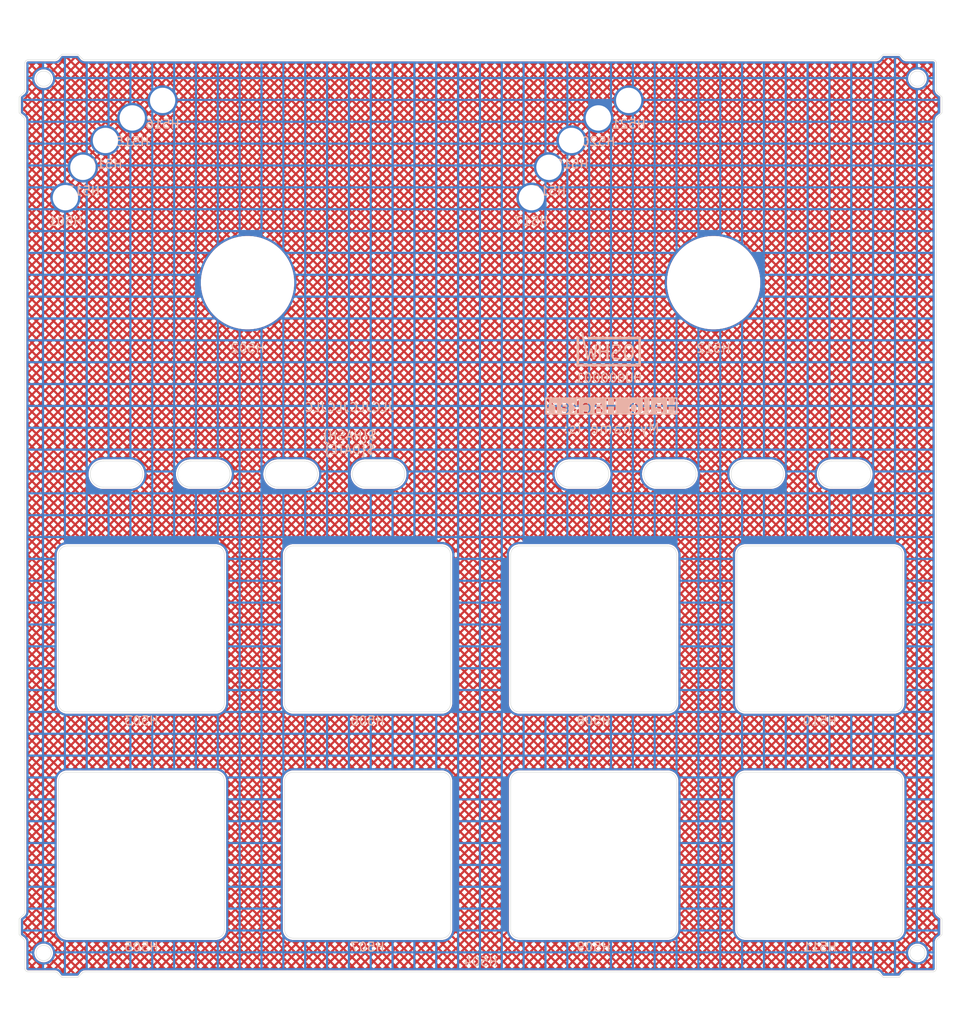
<source format=kicad_pcb>
(kicad_pcb (version 20241229) (generator "pcbnew") (generator_version "9.0")
  (layers (0 "F.Cu" signal) (2 "B.Cu" signal) (13 "F.Paste" user) (15 "B.Paste" user) (5 "F.SilkS" user "F.Silkscreen") (7 "B.SilkS" user "B.Silkscreen") (1 "F.Mask" user) (3 "B.Mask" user) (25 "Edge.Cuts" user))
  (net 0 "")
  (net 1 "GND")
  (footprint "suku_basics:FP_ENDLESS" (layer "F.Cu") (at 126.67 73.33)
    (property "Reference" "H512" (at 0 7.5 0) (layer "B.SilkS") (effects (justify mirror)))
    (property "Value" "Endless")
    (pad "" np_thru_hole circle (at 0 0 90) (size 1.5 1.5) (drill 10.5) (layers "*.Cu" "*.Mask"))
  )
  (footprint "suku_basics:FP_LED_TIGHT" (layer "F.Cu") (at 52.484921 63.60978)
    (property "Reference" "H501" (at 0 2.7 0) (layer "B.SilkS") (effects (justify mirror)))
    (property "Value" "LED")
    (pad "1" thru_hole circle (at 0 0 90) (size 3.1 3.1) (drill 2.9) (layers "*.Cu" "*.Mask") (net 1 "GND"))
  )
  (footprint "suku_basics:FP_LED_TIGHT" (layer "F.Cu") (at 110.406544 57.066544)
    (property "Reference" "H519" (at 0 2.7 0) (layer "B.SilkS") (effects (justify mirror)))
    (property "Value" "LED")
    (pad "1" thru_hole circle (at 0 0 90) (size 3.1 3.1) (drill 2.9) (layers "*.Cu" "*.Mask") (net 1 "GND"))
  )
  (footprint "suku_basics:FP_LED_TIGHT" (layer "F.Cu") (at 57.066544 57.066544)
    (property "Reference" "H514" (at 0 2.7 0) (layer "B.SilkS") (effects (justify mirror)))
    (property "Value" "LED")
    (pad "1" thru_hole circle (at 0 0 90) (size 3.1 3.1) (drill 2.9) (layers "*.Cu" "*.Mask") (net 1 "GND"))
  )
  (footprint "suku_basics:FP_BUTTON" (layer "F.Cu") (at 87.061875 138.814375)
    (property "Reference" "H507" (at 0 10.5 0) (layer "B.SilkS") (effects (justify mirror)))
    (property "Value" "Button")
    (fp_line (start -9.5 8.5) (end -9.5 -8.5) (stroke (width 0.05)) (layer "Edge.Cuts"))
    (fp_line (start -8.5 -9.5) (end 8.5 -9.5) (stroke (width 0.05)) (layer "Edge.Cuts"))
    (fp_line (start 8.5 9.5) (end -8.5 9.5) (stroke (width 0.05)) (layer "Edge.Cuts"))
    (fp_line (start 9.5 -8.5) (end 9.5 8.5) (stroke (width 0.05)) (layer "Edge.Cuts"))
    (fp_arc (start -9.5 -8.5) (mid -9.207096 -9.207082) (end -8.5 -9.5) (stroke (width 0.05)) (layer "Edge.Cuts"))
    (fp_arc (start -8.5 9.5) (mid -9.207114 9.207114) (end -9.5 8.5) (stroke (width 0.05)) (layer "Edge.Cuts"))
    (fp_arc (start 8.5 -9.5) (mid 9.207099 -9.207099) (end 9.5 -8.5) (stroke (width 0.05)) (layer "Edge.Cuts"))
    (fp_arc (start 9.5 8.5) (mid 9.207117 9.207132) (end 8.5 9.5) (stroke (width 0.05)) (layer "Edge.Cuts"))
  )
  (footprint "suku_basics:FP_BUTTON" (layer "F.Cu") (at 112.938125 112.938125)
    (property "Reference" "H508" (at 0 10.5 0) (layer "B.SilkS") (effects (justify mirror)))
    (property "Value" "Button")
    (fp_line (start -9.5 8.5) (end -9.5 -8.5) (stroke (width 0.05)) (layer "Edge.Cuts"))
    (fp_line (start -8.5 -9.5) (end 8.5 -9.5) (stroke (width 0.05)) (layer "Edge.Cuts"))
    (fp_line (start 8.5 9.5) (end -8.5 9.5) (stroke (width 0.05)) (layer "Edge.Cuts"))
    (fp_line (start 9.5 -8.5) (end 9.5 8.5) (stroke (width 0.05)) (layer "Edge.Cuts"))
    (fp_arc (start -9.5 -8.5) (mid -9.207096 -9.207082) (end -8.5 -9.5) (stroke (width 0.05)) (layer "Edge.Cuts"))
    (fp_arc (start -8.5 9.5) (mid -9.207114 9.207114) (end -9.5 8.5) (stroke (width 0.05)) (layer "Edge.Cuts"))
    (fp_arc (start 8.5 -9.5) (mid 9.207099 -9.207099) (end 9.5 -8.5) (stroke (width 0.05)) (layer "Edge.Cuts"))
    (fp_arc (start 9.5 8.5) (mid 9.207117 9.207132) (end 8.5 9.5) (stroke (width 0.05)) (layer "Edge.Cuts"))
  )
  (footprint "suku_basics:FP_BUTTON" (layer "F.Cu") (at 61.185625 138.814375)
    (property "Reference" "H505" (at 0 10.5 0) (layer "B.SilkS") (effects (justify mirror)))
    (property "Value" "Button")
    (fp_line (start -9.5 8.5) (end -9.5 -8.5) (stroke (width 0.05)) (layer "Edge.Cuts"))
    (fp_line (start -8.5 -9.5) (end 8.5 -9.5) (stroke (width 0.05)) (layer "Edge.Cuts"))
    (fp_line (start 8.5 9.5) (end -8.5 9.5) (stroke (width 0.05)) (layer "Edge.Cuts"))
    (fp_line (start 9.5 -8.5) (end 9.5 8.5) (stroke (width 0.05)) (layer "Edge.Cuts"))
    (fp_arc (start -9.5 -8.5) (mid -9.207096 -9.207082) (end -8.5 -9.5) (stroke (width 0.05)) (layer "Edge.Cuts"))
    (fp_arc (start -8.5 9.5) (mid -9.207114 9.207114) (end -9.5 8.5) (stroke (width 0.05)) (layer "Edge.Cuts"))
    (fp_arc (start 8.5 -9.5) (mid 9.207099 -9.207099) (end 9.5 -8.5) (stroke (width 0.05)) (layer "Edge.Cuts"))
    (fp_arc (start 9.5 8.5) (mid 9.207117 9.207132) (end 8.5 9.5) (stroke (width 0.05)) (layer "Edge.Cuts"))
  )
  (footprint "suku_basics:FP_BUTTON" (layer "F.Cu") (at 61.185625 112.938125)
    (property "Reference" "H503" (at 0 10.5 0) (layer "B.SilkS") (effects (justify mirror)))
    (property "Value" "Button")
    (fp_line (start -9.5 8.5) (end -9.5 -8.5) (stroke (width 0.05)) (layer "Edge.Cuts"))
    (fp_line (start -8.5 -9.5) (end 8.5 -9.5) (stroke (width 0.05)) (layer "Edge.Cuts"))
    (fp_line (start 8.5 9.5) (end -8.5 9.5) (stroke (width 0.05)) (layer "Edge.Cuts"))
    (fp_line (start 9.5 -8.5) (end 9.5 8.5) (stroke (width 0.05)) (layer "Edge.Cuts"))
    (fp_arc (start -9.5 -8.5) (mid -9.207096 -9.207082) (end -8.5 -9.5) (stroke (width 0.05)) (layer "Edge.Cuts"))
    (fp_arc (start -8.5 9.5) (mid -9.207114 9.207114) (end -9.5 8.5) (stroke (width 0.05)) (layer "Edge.Cuts"))
    (fp_arc (start 8.5 -9.5) (mid 9.207099 -9.207099) (end 9.5 -8.5) (stroke (width 0.05)) (layer "Edge.Cuts"))
    (fp_arc (start 9.5 8.5) (mid 9.207117 9.207132) (end 8.5 9.5) (stroke (width 0.05)) (layer "Edge.Cuts"))
  )
  (footprint "suku_basics:FP_LED_TIGHT" (layer "F.Cu") (at 116.94978 52.484921)
    (property "Reference" "H521" (at 0 2.7 0) (layer "B.SilkS") (effects (justify mirror)))
    (property "Value" "LED")
    (pad "1" thru_hole circle (at 0 0 90) (size 3.1 3.1) (drill 2.9) (layers "*.Cu" "*.Mask") (net 1 "GND"))
  )
  (footprint "suku_basics:FP_LED_TIGHT" (layer "F.Cu") (at 63.60978 52.484921)
    (property "Reference" "H516" (at 0 2.7 0) (layer "B.SilkS") (effects (justify mirror)))
    (property "Value" "LED")
    (pad "1" thru_hole circle (at 0 0 90) (size 3.1 3.1) (drill 2.9) (layers "*.Cu" "*.Mask") (net 1 "GND"))
  )
  (footprint "suku_basics:FP_BUTTON" (layer "F.Cu") (at 112.938125 138.814375)
    (property "Reference" "H509" (at 0 10.5 0) (layer "B.SilkS") (effects (justify mirror)))
    (property "Value" "Button")
    (fp_line (start -9.5 8.5) (end -9.5 -8.5) (stroke (width 0.05)) (layer "Edge.Cuts"))
    (fp_line (start -8.5 -9.5) (end 8.5 -9.5) (stroke (width 0.05)) (layer "Edge.Cuts"))
    (fp_line (start 8.5 9.5) (end -8.5 9.5) (stroke (width 0.05)) (layer "Edge.Cuts"))
    (fp_line (start 9.5 -8.5) (end 9.5 8.5) (stroke (width 0.05)) (layer "Edge.Cuts"))
    (fp_arc (start -9.5 -8.5) (mid -9.207096 -9.207082) (end -8.5 -9.5) (stroke (width 0.05)) (layer "Edge.Cuts"))
    (fp_arc (start -8.5 9.5) (mid -9.207114 9.207114) (end -9.5 8.5) (stroke (width 0.05)) (layer "Edge.Cuts"))
    (fp_arc (start 8.5 -9.5) (mid 9.207099 -9.207099) (end 9.5 -8.5) (stroke (width 0.05)) (layer "Edge.Cuts"))
    (fp_arc (start 9.5 8.5) (mid 9.207117 9.207132) (end 8.5 9.5) (stroke (width 0.05)) (layer "Edge.Cuts"))
  )
  (footprint "suku_basics:FP_BUTTON" (layer "F.Cu") (at 87.061875 112.938125)
    (property "Reference" "H506" (at 0 10.5 0) (layer "B.SilkS") (effects (justify mirror)))
    (property "Value" "Button")
    (fp_line (start -9.5 8.5) (end -9.5 -8.5) (stroke (width 0.05)) (layer "Edge.Cuts"))
    (fp_line (start -8.5 -9.5) (end 8.5 -9.5) (stroke (width 0.05)) (layer "Edge.Cuts"))
    (fp_line (start 8.5 9.5) (end -8.5 9.5) (stroke (width 0.05)) (layer "Edge.Cuts"))
    (fp_line (start 9.5 -8.5) (end 9.5 8.5) (stroke (width 0.05)) (layer "Edge.Cuts"))
    (fp_arc (start -9.5 -8.5) (mid -9.207096 -9.207082) (end -8.5 -9.5) (stroke (width 0.05)) (layer "Edge.Cuts"))
    (fp_arc (start -8.5 9.5) (mid -9.207114 9.207114) (end -9.5 8.5) (stroke (width 0.05)) (layer "Edge.Cuts"))
    (fp_arc (start 8.5 -9.5) (mid 9.207099 -9.207099) (end 9.5 -8.5) (stroke (width 0.05)) (layer "Edge.Cuts"))
    (fp_arc (start 9.5 8.5) (mid 9.207117 9.207132) (end 8.5 9.5) (stroke (width 0.05)) (layer "Edge.Cuts"))
  )
  (footprint "suku_basics:FP_LED_TIGHT" (layer "F.Cu") (at 107.829503 60.137742)
    (property "Reference" "H518" (at 0 2.7 0) (layer "B.SilkS") (effects (justify mirror)))
    (property "Value" "LED")
    (pad "1" thru_hole circle (at 0 0 90) (size 3.1 3.1) (drill 2.9) (layers "*.Cu" "*.Mask") (net 1 "GND"))
  )
  (footprint "suku_basics:FP_BUTTON" (layer "F.Cu") (at 138.814375 112.938125)
    (property "Reference" "H510" (at 0 10.5 0) (layer "B.SilkS") (effects (justify mirror)))
    (property "Value" "Button")
    (fp_line (start -9.5 8.5) (end -9.5 -8.5) (stroke (width 0.05)) (layer "Edge.Cuts"))
    (fp_line (start -8.5 -9.5) (end 8.5 -9.5) (stroke (width 0.05)) (layer "Edge.Cuts"))
    (fp_line (start 8.5 9.5) (end -8.5 9.5) (stroke (width 0.05)) (layer "Edge.Cuts"))
    (fp_line (start 9.5 -8.5) (end 9.5 8.5) (stroke (width 0.05)) (layer "Edge.Cuts"))
    (fp_arc (start -9.5 -8.5) (mid -9.207096 -9.207082) (end -8.5 -9.5) (stroke (width 0.05)) (layer "Edge.Cuts"))
    (fp_arc (start -8.5 9.5) (mid -9.207114 9.207114) (end -9.5 8.5) (stroke (width 0.05)) (layer "Edge.Cuts"))
    (fp_arc (start 8.5 -9.5) (mid 9.207099 -9.207099) (end 9.5 -8.5) (stroke (width 0.05)) (layer "Edge.Cuts"))
    (fp_arc (start 9.5 8.5) (mid 9.207117 9.207132) (end 8.5 9.5) (stroke (width 0.05)) (layer "Edge.Cuts"))
  )
  (footprint "suku_basics:FP_OUTLINE_2" (layer "F.Cu") (at 100 100)
    (property "Reference" "H504" (at 0 51 0) (layer "B.SilkS") (effects (justify mirror)))
    (property "Value" "Outline")
    (fp_line (start -52.799999 -46.100001) (end -52.799999 -47.899999) (stroke (width 0.05)) (layer "Edge.Cuts"))
    (fp_line (start -52.799999 46.100001) (end -52.799999 47.899999) (stroke (width 0.05)) (layer "Edge.Cuts"))
    (fp_line (start -52.626954 -48.077382) (end -52.265506 -48.421458) (stroke (width 0.05)) (layer "Edge.Cuts"))
    (fp_line (start -52.626954 -45.922618) (end -52.265506 -45.578542) (stroke (width 0.05)) (layer "Edge.Cuts"))
    (fp_line (start -52.626954 45.922618) (end -52.265506 45.578542) (stroke (width 0.05)) (layer "Edge.Cuts"))
    (fp_line (start -52.626954 48.077382) (end -52.265506 48.421458) (stroke (width 0.05)) (layer "Edge.Cuts"))
    (fp_line (start -52.15 -48.75) (end -52.15 -51.8) (stroke (width 0.05)) (layer "Edge.Cuts"))
    (fp_line (start -52.15 45.25) (end -52.15 -45.25) (stroke (width 0.05)) (layer "Edge.Cuts"))
    (fp_line (start -52.15 48.75) (end -52.15 51.8) (stroke (width 0.05)) (layer "Edge.Cuts"))
    (fp_line (start -48.75 -52.15) (end -51.8 -52.15) (stroke (width 0.05)) (layer "Edge.Cuts"))
    (fp_line (start -48.75 52.15) (end -51.8 52.15) (stroke (width 0.05)) (layer "Edge.Cuts"))
    (fp_line (start -48.077382 -52.626954) (end -48.421458 -52.265506) (stroke (width 0.05)) (layer "Edge.Cuts"))
    (fp_line (start -48.077382 52.626954) (end -48.421458 52.265506) (stroke (width 0.05)) (layer "Edge.Cuts"))
    (fp_line (start -46.100001 -52.799999) (end -47.899999 -52.799999) (stroke (width 0.05)) (layer "Edge.Cuts"))
    (fp_line (start -46.100001 52.799999) (end -47.899999 52.799999) (stroke (width 0.05)) (layer "Edge.Cuts"))
    (fp_line (start -45.922618 -52.626954) (end -45.578542 -52.265506) (stroke (width 0.05)) (layer "Edge.Cuts"))
    (fp_line (start -45.922618 52.626954) (end -45.578542 52.265506) (stroke (width 0.05)) (layer "Edge.Cuts"))
    (fp_line (start -45.25 -52.15) (end 45.25 -52.15) (stroke (width 0.05)) (layer "Edge.Cuts"))
    (fp_line (start 45.25 52.15) (end -45.25 52.15) (stroke (width 0.05)) (layer "Edge.Cuts"))
    (fp_line (start 45.922618 -52.626954) (end 45.578542 -52.265506) (stroke (width 0.05)) (layer "Edge.Cuts"))
    (fp_line (start 45.922618 52.626955) (end 45.578542 52.265507) (stroke (width 0.05)) (layer "Edge.Cuts"))
    (fp_line (start 46.100001 -52.799999) (end 47.899999 -52.799999) (stroke (width 0.05)) (layer "Edge.Cuts"))
    (fp_line (start 46.100001 52.799999) (end 47.899999 52.799999) (stroke (width 0.05)) (layer "Edge.Cuts"))
    (fp_line (start 48.077377 52.626959) (end 48.421453 52.265511) (stroke (width 0.05)) (layer "Edge.Cuts"))
    (fp_line (start 48.077384 -52.626954) (end 48.42146 -52.265506) (stroke (width 0.05)) (layer "Edge.Cuts"))
    (fp_line (start 48.75 -52.15) (end 51.8 -52.15) (stroke (width 0.05)) (layer "Edge.Cuts"))
    (fp_line (start 48.75 52.15) (end 51.8 52.15) (stroke (width 0.05)) (layer "Edge.Cuts"))
    (fp_line (start 52.15 -48.75) (end 52.15 -51.8) (stroke (width 0.05)) (layer "Edge.Cuts"))
    (fp_line (start 52.15 -45.25) (end 52.15 45.25) (stroke (width 0.05)) (layer "Edge.Cuts"))
    (fp_line (start 52.15 48.75) (end 52.15 51.8) (stroke (width 0.05)) (layer "Edge.Cuts"))
    (fp_line (start 52.626954 -48.077385) (end 52.265506 -48.421461) (stroke (width 0.05)) (layer "Edge.Cuts"))
    (fp_line (start 52.626954 -45.922618) (end 52.265506 -45.578542) (stroke (width 0.05)) (layer "Edge.Cuts"))
    (fp_line (start 52.626954 45.922618) (end 52.265506 45.578542) (stroke (width 0.05)) (layer "Edge.Cuts"))
    (fp_line (start 52.626954 48.077383) (end 52.265506 48.421459) (stroke (width 0.05)) (layer "Edge.Cuts"))
    (fp_line (start 52.799999 -46.100001) (end 52.799999 -47.899999) (stroke (width 0.05)) (layer "Edge.Cuts"))
    (fp_line (start 52.799999 46.100001) (end 52.799999 47.899999) (stroke (width 0.05)) (layer "Edge.Cuts"))
    (fp_line (start 52.799999 47.899999) (end 52.626954 48.077383) (stroke (width 0.05)) (layer "Edge.Cuts"))
    (fp_arc (start -52.799999 -47.899999) (mid -52.717353 -47.992466) (end -52.62696 -48.077377) (stroke (width 0.05)) (layer "Edge.Cuts"))
    (fp_arc (start -52.799999 46.100001) (mid -52.717353 46.007534) (end -52.62696 45.922623) (stroke (width 0.05)) (layer "Edge.Cuts"))
    (fp_arc (start -52.62696 -45.922623) (mid -52.717353 -46.007534) (end -52.799999 -46.100001) (stroke (width 0.05)) (layer "Edge.Cuts"))
    (fp_arc (start -52.62696 48.077377) (mid -52.717353 47.992466) (end -52.799999 47.899999) (stroke (width 0.05)) (layer "Edge.Cuts"))
    (fp_arc (start -52.265506 -45.578542) (mid -52.179718 -45.424127) (end -52.15 -45.25) (stroke (width 0.05)) (layer "Edge.Cuts"))
    (fp_arc (start -52.265506 48.421458) (mid -52.179718 48.575873) (end -52.15 48.75) (stroke (width 0.05)) (layer "Edge.Cuts"))
    (fp_arc (start -52.15 -51.8) (mid -52.047488 -52.047488) (end -51.8 -52.15) (stroke (width 0.05)) (layer "Edge.Cuts"))
    (fp_arc (start -52.15 -48.75) (mid -52.179717 -48.575872) (end -52.265506 -48.421458) (stroke (width 0.05)) (layer "Edge.Cuts"))
    (fp_arc (start -52.15 45.25) (mid -52.179717 45.424128) (end -52.265506 45.578542) (stroke (width 0.05)) (layer "Edge.Cuts"))
    (fp_arc (start -51.8 52.15) (mid -52.047488 52.047488) (end -52.15 51.8) (stroke (width 0.05)) (layer "Edge.Cuts"))
    (fp_arc (start -48.75 52.15) (mid -48.575872 52.179717) (end -48.421458 52.265506) (stroke (width 0.05)) (layer "Edge.Cuts"))
    (fp_arc (start -48.421458 -52.265506) (mid -48.575873 -52.179718) (end -48.75 -52.15) (stroke (width 0.05)) (layer "Edge.Cuts"))
    (fp_arc (start -48.077377 -52.62696) (mid -47.992466 -52.717353) (end -47.899999 -52.799999) (stroke (width 0.05)) (layer "Edge.Cuts"))
    (fp_arc (start -47.899999 52.799999) (mid -47.992466 52.717353) (end -48.077377 52.62696) (stroke (width 0.05)) (layer "Edge.Cuts"))
    (fp_arc (start -46.100001 -52.799999) (mid -46.007534 -52.717353) (end -45.922623 -52.62696) (stroke (width 0.05)) (layer "Edge.Cuts"))
    (fp_arc (start -45.922623 52.62696) (mid -46.007534 52.717353) (end -46.100001 52.799999) (stroke (width 0.05)) (layer "Edge.Cuts"))
    (fp_arc (start -45.578542 52.265506) (mid -45.424127 52.179718) (end -45.25 52.15) (stroke (width 0.05)) (layer "Edge.Cuts"))
    (fp_arc (start -45.25 -52.15) (mid -45.424128 -52.179717) (end -45.578542 -52.265506) (stroke (width 0.05)) (layer "Edge.Cuts"))
    (fp_arc (start 45.25 52.15) (mid 45.424127 52.179718) (end 45.578542 52.265506) (stroke (width 0.05)) (layer "Edge.Cuts"))
    (fp_arc (start 45.578542 -52.265506) (mid 45.424128 -52.179717) (end 45.25 -52.15) (stroke (width 0.05)) (layer "Edge.Cuts"))
    (fp_arc (start 45.922623 -52.62696) (mid 46.007534 -52.717353) (end 46.100001 -52.799999) (stroke (width 0.05)) (layer "Edge.Cuts"))
    (fp_arc (start 46.099996 52.799994) (mid 46.007529 52.717348) (end 45.922618 52.626955) (stroke (width 0.05)) (layer "Edge.Cuts"))
    (fp_arc (start 47.900001 -52.799999) (mid 47.992468 -52.717353) (end 48.077379 -52.62696) (stroke (width 0.05)) (layer "Edge.Cuts"))
    (fp_arc (start 48.077377 52.62696) (mid 47.992466 52.717353) (end 47.899999 52.799999) (stroke (width 0.05)) (layer "Edge.Cuts"))
    (fp_arc (start 48.421458 52.265507) (mid 48.575872 52.179718) (end 48.75 52.150001) (stroke (width 0.05)) (layer "Edge.Cuts"))
    (fp_arc (start 48.750002 -52.15) (mid 48.575874 -52.179717) (end 48.42146 -52.265506) (stroke (width 0.05)) (layer "Edge.Cuts"))
    (fp_arc (start 51.8 -52.15) (mid 52.047487 -52.047487) (end 52.15 -51.8) (stroke (width 0.05)) (layer "Edge.Cuts"))
    (fp_arc (start 52.15 -45.25) (mid 52.179717 -45.424128) (end 52.265506 -45.578542) (stroke (width 0.05)) (layer "Edge.Cuts"))
    (fp_arc (start 52.15 48.75) (mid 52.179718 48.575873) (end 52.265506 48.421458) (stroke (width 0.05)) (layer "Edge.Cuts"))
    (fp_arc (start 52.15 51.8) (mid 52.047487 52.047487) (end 51.8 52.15) (stroke (width 0.05)) (layer "Edge.Cuts"))
    (fp_arc (start 52.265506 -48.421461) (mid 52.179717 -48.575875) (end 52.15 -48.750003) (stroke (width 0.05)) (layer "Edge.Cuts"))
    (fp_arc (start 52.265506 45.578542) (mid 52.179717 45.424128) (end 52.15 45.25) (stroke (width 0.05)) (layer "Edge.Cuts"))
    (fp_arc (start 52.62696 -48.07738) (mid 52.717353 -47.992469) (end 52.799999 -47.900002) (stroke (width 0.05)) (layer "Edge.Cuts"))
    (fp_arc (start 52.62696 45.922623) (mid 52.717353 46.007534) (end 52.799999 46.100001) (stroke (width 0.05)) (layer "Edge.Cuts"))
    (fp_arc (start 52.799999 -46.100001) (mid 52.717353 -46.007534) (end 52.62696 -45.922623) (stroke (width 0.05)) (layer "Edge.Cuts"))
    (fp_circle (center -50 -50) (end -49.125 -50) (stroke (width 0.05)) (fill no) (layer "Edge.Cuts"))
    (fp_circle (center -50 50) (end -49.125 50) (stroke (width 0.05)) (fill no) (layer "Edge.Cuts"))
    (fp_circle (center 50 -50) (end 50.875 -50) (stroke (width 0.05)) (fill no) (layer "Edge.Cuts"))
    (fp_circle (center 50 50) (end 50.875 50) (stroke (width 0.05)) (fill no) (layer "Edge.Cuts"))
  )
  (footprint "suku_basics:FP_LED_TIGHT" (layer "F.Cu") (at 105.824921 63.60978)
    (property "Reference" "H517" (at 0 2.7 0) (layer "B.SilkS") (effects (justify mirror)))
    (property "Value" "LED")
    (pad "1" thru_hole circle (at 0 0 90) (size 3.1 3.1) (drill 2.9) (layers "*.Cu" "*.Mask") (net 1 "GND"))
  )
  (footprint "suku_basics:FP_BUTTON" (layer "F.Cu") (at 138.814375 138.814375)
    (property "Reference" "H511" (at 0 10.5 0) (layer "B.SilkS") (effects (justify mirror)))
    (property "Value" "Button")
    (fp_line (start -9.5 8.5) (end -9.5 -8.5) (stroke (width 0.05)) (layer "Edge.Cuts"))
    (fp_line (start -8.5 -9.5) (end 8.5 -9.5) (stroke (width 0.05)) (layer "Edge.Cuts"))
    (fp_line (start 8.5 9.5) (end -8.5 9.5) (stroke (width 0.05)) (layer "Edge.Cuts"))
    (fp_line (start 9.5 -8.5) (end 9.5 8.5) (stroke (width 0.05)) (layer "Edge.Cuts"))
    (fp_arc (start -9.5 -8.5) (mid -9.207096 -9.207082) (end -8.5 -9.5) (stroke (width 0.05)) (layer "Edge.Cuts"))
    (fp_arc (start -8.5 9.5) (mid -9.207114 9.207114) (end -9.5 8.5) (stroke (width 0.05)) (layer "Edge.Cuts"))
    (fp_arc (start 8.5 -9.5) (mid 9.207099 -9.207099) (end 9.5 -8.5) (stroke (width 0.05)) (layer "Edge.Cuts"))
    (fp_arc (start 9.5 8.5) (mid 9.207117 9.207132) (end 8.5 9.5) (stroke (width 0.05)) (layer "Edge.Cuts"))
  )
  (footprint "suku_basics:FP_ENDLESS" (layer "F.Cu") (at 73.33 73.33)
    (property "Reference" "H502" (at 0 7.5 0) (layer "B.SilkS") (effects (justify mirror)))
    (property "Value" "Endless")
    (pad "" np_thru_hole circle (at 0 0 90) (size 1.5 1.5) (drill 10.5) (layers "*.Cu" "*.Mask"))
  )
  (footprint "suku_basics:FP_LED_TIGHT" (layer "F.Cu") (at 54.489503 60.137742)
    (property "Reference" "H513" (at 0 2.7 0) (layer "B.SilkS") (effects (justify mirror)))
    (property "Value" "LED")
    (pad "1" thru_hole circle (at 0 0 90) (size 3.1 3.1) (drill 2.9) (layers "*.Cu" "*.Mask") (net 1 "GND"))
  )
  (footprint "suku_basics:FP_LED_TIGHT" (layer "F.Cu") (at 60.137742 54.489503)
    (property "Reference" "H515" (at 0 2.7 0) (layer "B.SilkS") (effects (justify mirror)))
    (property "Value" "LED")
    (pad "1" thru_hole circle (at 0 0 90) (size 3.1 3.1) (drill 2.9) (layers "*.Cu" "*.Mask") (net 1 "GND"))
  )
  (footprint "suku_basics:FP_LED_TIGHT" (layer "F.Cu") (at 113.477742 54.489503)
    (property "Reference" "H520" (at 0 2.7 0) (layer "B.SilkS") (effects (justify mirror)))
    (property "Value" "LED")
    (pad "1" thru_hole circle (at 0 0 90) (size 3.1 3.1) (drill 2.9) (layers "*.Cu" "*.Mask") (net 1 "GND"))
  )
  (footprint "suku_basics:OSHWA" (layer "B.Cu") (at 114.669998 82 180)
    (property "Reference" "H522" (hide yes))
    (property "Value" "Outline" (hide yes))
    (fp_poly (pts (xy 3.689316 -0.925456) (xy -3.689315 -0.925456) (xy -3.689315 2.488724) (xy 2.37617 2.488724) (xy 2.37617 2.176071) (xy -3.389168 2.176071) (xy -3.389168 -0.625308) (xy 3.389071 -0.625308) (xy 3.392246 0.928582) (xy 3.395421 2.482471) (xy 3.542369 2.485995) (xy 3.689316 2.489518)) (fill yes) (layer "B.SilkS"))
    (fp_poly (pts (xy 0.146948 1.623126) (xy 0.268883 1.619547) (xy 0.275519 0.900443) (xy 0.91295 0.900443) (xy 0.91295 1.6258) (xy 1.150567 1.6258) (xy 1.150567 -0.125062) (xy 0.91295 -0.125062) (xy 0.91295 0.700344) (xy 0.275136 0.700344) (xy 0.275136 -0.125062) (xy 0.025013 -0.125062) (xy 0.025013 1.626706)) (fill yes) (layer "B.SilkS"))
    (fp_poly (pts (xy -3.526735 -2.088528) (xy -3.101526 -2.088528) (xy -3.101526 -1.613294) (xy -2.951452 -1.613294) (xy -2.951452 -2.763861) (xy -3.101038 -2.763861) (xy -3.104409 -2.491852) (xy -3.107779 -2.219843) (xy -3.526735 -2.212985) (xy -3.526735 -2.763861) (xy -3.689315 -2.763861) (xy -3.689315 -1.613294) (xy -3.526735 -1.613294)) (fill yes) (layer "B.SilkS"))
    (fp_poly (pts (xy 2.423363 -2.099022) (xy 2.455397 -2.12638) (xy 2.472875 -2.164417) (xy 2.473375 -2.206947) (xy 2.454476 -2.247785) (xy 2.445522 -2.25793) (xy 2.405042 -2.283341) (xy 2.360014 -2.288196) (xy 2.318075 -2.272398) (xy 2.303313 -2.259682) (xy 2.278977 -2.218539) (xy 2.275667 -2.175058) (xy 2.290781 -2.135108) (xy 2.321718 -2.104558) (xy 2.365875 -2.089276) (xy 2.379195 -2.088528)) (fill yes) (layer "B.SilkS"))
    (fp_poly (pts (xy 1.472895 -2.099022) (xy 1.504929 -2.12638) (xy 1.522407 -2.164417) (xy 1.522907 -2.206947) (xy 1.504008 -2.247785) (xy 1.495054 -2.25793) (xy 1.454575 -2.283341) (xy 1.409546 -2.288196) (xy 1.367607 -2.272398) (xy 1.352845 -2.259682) (xy 1.328509 -2.218539) (xy 1.325199 -2.175058) (xy 1.340313 -2.135108) (xy 1.37125 -2.104558) (xy 1.415407 -2.089276) (xy 1.428727 -2.088528)) (fill yes) (layer "B.SilkS"))
    (fp_poly (pts (xy 0.522427 -2.099022) (xy 0.554461 -2.12638) (xy 0.571939 -2.164417) (xy 0.57244 -2.206947) (xy 0.55354 -2.247785) (xy 0.544587 -2.25793) (xy 0.504107 -2.283341) (xy 0.459078 -2.288196) (xy 0.417139 -2.272398) (xy 0.402377 -2.259682) (xy 0.378041 -2.218539) (xy 0.374731 -2.175058) (xy 0.389846 -2.135108) (xy 0.420782 -2.104558) (xy 0.464939 -2.089276) (xy 0.478259 -2.088528)) (fill yes) (layer "B.SilkS"))
    (fp_poly (pts (xy -0.428041 -2.099022) (xy -0.396007 -2.12638) (xy -0.378529 -2.164417) (xy -0.378028 -2.206947) (xy -0.396927 -2.247785) (xy -0.405881 -2.25793) (xy -0.446361 -2.283341) (xy -0.491389 -2.288196) (xy -0.533328 -2.272398) (xy -0.54809 -2.259682) (xy -0.572426 -2.218539) (xy -0.575736 -2.175058) (xy -0.560622 -2.135108) (xy -0.529686 -2.104558) (xy -0.485529 -2.089276) (xy -0.472209 -2.088528)) (fill yes) (layer "B.SilkS"))
    (fp_poly (pts (xy -1.366002 -2.099022) (xy -1.333968 -2.12638) (xy -1.31649 -2.164417) (xy -1.31599 -2.206947) (xy -1.334889 -2.247785) (xy -1.343843 -2.25793) (xy -1.384322 -2.283341) (xy -1.429351 -2.288196) (xy -1.47129 -2.272398) (xy -1.486052 -2.259682) (xy -1.510388 -2.218539) (xy -1.513698 -2.175058) (xy -1.498584 -2.135108) (xy -1.467647 -2.104558) (xy -1.42349 -2.089276) (xy -1.41017 -2.088528)) (fill yes) (layer "B.SilkS"))
    (fp_poly (pts (xy 3.439193 -2.626293) (xy 3.67681 -2.626293) (xy 3.67681 -2.763861) (xy 3.037689 -2.763861) (xy 3.041469 -2.698203) (xy 3.045249 -2.632546) (xy 3.167184 -2.628966) (xy 3.289119 -2.625387) (xy 3.289119 -2.194378) (xy 3.288777 -2.074495) (xy 3.287778 -1.971946) (xy 3.286163 -1.888188) (xy 3.283972 -1.824679) (xy 3.281247 -1.782877) (xy 3.278027 -1.76424) (xy 3.277097 -1.763368) (xy 3.260168 -1.766055) (xy 3.225245 -1.773232) (xy 3.178662 -1.78357) (xy 3.157804 -1.78838) (xy 3.108191 -1.799632) (xy 3.067562 -1.808258) (xy 3.042296 -1.81293) (xy 3.037888 -1.813393) (xy 3.031169 -1.801857) (xy 3.028386 -1.770697) (xy 3.028992 -1.742407) (xy 3.032743 -1.671421) (xy 3.157804 -1.642959) (xy 3.221273 -1.630301) (xy 3.285815 -1.620393) (xy 3.341191 -1.614699) (xy 3.361029 -1.613896) (xy 3.439193 -1.613294)) (fill yes) (layer "B.SilkS"))
    (fp_poly (pts (xy -2.561065 -2.0883) (xy -2.557508 -2.563306) (xy -2.519948 -2.600854) (xy -2.471266 -2.633373) (xy -2.409462 -2.651483) (xy -2.342226 -2.654652) (xy -2.277249 -2.642346) (xy -2.231814 -2.62084) (xy -2.214905 -2.608756) (xy -2.201041 -2.59515) (xy -2.189922 -2.577563) (xy -2.181246 -2.553532) (xy -2.17471 -2.520598) (xy -2.170015 -2.4763) (xy -2.166857 -2.418177) (xy -2.164936 -2.343768) (xy -2.16395 -2.250614) (xy -2.163598 -2.136253) (xy -2.163564 -2.063918) (xy -2.163564 -1.613294) (xy -1.998864 -1.613294) (xy -2.004222 -2.072895) (xy -2.006032 -2.205355) (xy -2.008145 -2.314667) (xy -2.01064 -2.402695) (xy -2.0136 -2.471303) (xy -2.017104 -2.522353) (xy -2.021235 -2.557709) (xy -2.026072 -2.579236) (xy -2.026235 -2.579707) (xy -2.061961 -2.646483) (xy -2.11637 -2.704712) (xy -2.18322 -2.74789) (xy -2.191159 -2.751482) (xy -2.248615 -2.76959) (xy -2.317403 -2.781305) (xy -2.387483 -2.785695) (xy -2.448813 -2.781827) (xy -2.469965 -2.7774) (xy -2.559864 -2.741802) (xy -2.631084 -2.690092) (xy -2.68309 -2.622692) (xy -2.694035 -2.60128) (xy -2.700795 -2.585557) (xy -2.706311 -2.568715) (xy -2.710737 -2.548089) (xy -2.714227 -2.52101) (xy -2.716934 -2.484812) (xy -2.719011 -2.436829) (xy -2.720611 -2.374392) (xy -2.721887 -2.294836) (xy -2.722993 -2.195492) (xy -2.724036 -2.079149) (xy -2.727983 -1.613294) (xy -2.564621 -1.613294)) (fill yes) (layer "B.SilkS"))
    (fp_poly (pts (xy 2.479267 -1.612912) (xy 2.544266 -1.637705) (xy 2.599169 -1.679949) (xy 2.633148 -1.719274) (xy 2.674326 -1.78977) (xy 2.706844 -1.879346) (xy 2.730172 -1.983428) (xy 2.743778 -2.09744) (xy 2.74713 -2.216809) (xy 2.739698 -2.336958) (xy 2.720951 -2.453315) (xy 2.719279 -2.460853) (xy 2.685784 -2.566283) (xy 2.637453 -2.652461) (xy 2.574704 -2.718771) (xy 2.520358 -2.754112) (xy 2.462001 -2.774198) (xy 2.391637 -2.783817) (xy 2.320306 -2.782224) (xy 2.266388 -2.771248) (xy 2.190068 -2.734152) (xy 2.12676 -2.676662) (xy 2.07604 -2.598241) (xy 2.037481 -2.498348) (xy 2.029936 -2.47091) (xy 2.018323 -2.407332) (xy 2.010576 -2.326836) (xy 2.006695 -2.23636) (xy 2.006682 -2.144806) (xy 2.167182 -2.144806) (xy 2.16743 -2.28475) (xy 2.177721 -2.402029) (xy 2.198129 -2.496918) (xy 2.228728 -2.569692) (xy 2.269592 -2.620626) (xy 2.3012 -2.641906) (xy 2.354246 -2.66084) (xy 2.403413 -2.659264) (xy 2.446617 -2.643425) (xy 2.48408 -2.616016) (xy 2.516627 -2.575561) (xy 2.519016 -2.571514) (xy 2.542248 -2.52449) (xy 2.559405 -2.473242) (xy 2.57121 -2.413306) (xy 2.578386 -2.340213) (xy 2.581657 -2.249498) (xy 2.58204 -2.182324) (xy 2.579984 -2.074424) (xy 2.573824 -1.987609) (xy 2.562709 -1.918165) (xy 2.545787 -1.862378) (xy 2.522209 -1.816533) (xy 2.491124 -1.776917) (xy 2.488534 -1.774164) (xy 2.458625 -1.745356) (xy 2.432972 -1.73103) (xy 2.400092 -1.726228) (xy 2.376635 -1.72585) (xy 2.335154 -1.727808) (xy 2.306456 -1.736951) (xy 2.278799 -1.75818) (xy 2.263454 -1.773092) (xy 2.232664 -1.809168) (xy 2.20913 -1.850513) (xy 2.19183 -1.901075) (xy 2.179739 -1.964803) (xy 2.171835 -2.045647) (xy 2.167182 -2.144806) (xy 2.006682 -2.144806) (xy 2.006682 -2.142843) (xy 2.010537 -2.053224) (xy 2.018263 -1.97444) (xy 2.029855 -1.913442) (xy 2.059663 -1.823267) (xy 2.096259 -1.751266) (xy 2.143074 -1.690827) (xy 2.148311 -1.685308) (xy 2.199716 -1.642072) (xy 2.257261 -1.615278) (xy 2.326695 -1.60302) (xy 2.398093 -1.602551)) (fill yes) (layer "B.SilkS"))
    (fp_poly (pts (xy 1.528799 -1.612912) (xy 1.593798 -1.637705) (xy 1.648701 -1.679949) (xy 1.68268 -1.719274) (xy 1.723858 -1.78977) (xy 1.756376 -1.879346) (xy 1.779704 -1.983428) (xy 1.79331 -2.09744) (xy 1.796663 -2.216809) (xy 1.789231 -2.336958) (xy 1.770483 -2.453315) (xy 1.768811 -2.460853) (xy 1.735316 -2.566283) (xy 1.686986 -2.652461) (xy 1.624236 -2.718771) (xy 1.569891 -2.754112) (xy 1.511533 -2.774198) (xy 1.44117 -2.783817) (xy 1.369838 -2.782224) (xy 1.31592 -2.771248) (xy 1.239601 -2.734152) (xy 1.176293 -2.676662) (xy 1.125572 -2.598241) (xy 1.087013 -2.498348) (xy 1.079469 -2.47091) (xy 1.067856 -2.407332) (xy 1.060108 -2.326836) (xy 1.056227 -2.23636) (xy 1.056214 -2.144806) (xy 1.216714 -2.144806) (xy 1.216962 -2.28475) (xy 1.227253 -2.402029) (xy 1.247661 -2.496918) (xy 1.27826 -2.569692) (xy 1.319124 -2.620626) (xy 1.350732 -2.641906) (xy 1.403779 -2.66084) (xy 1.452946 -2.659264) (xy 1.496149 -2.643425) (xy 1.533612 -2.616016) (xy 1.566159 -2.575561) (xy 1.568548 -2.571514) (xy 1.59178 -2.52449) (xy 1.608937 -2.473242) (xy 1.620742 -2.413306) (xy 1.627918 -2.340213) (xy 1.631189 -2.249498) (xy 1.631572 -2.182324) (xy 1.629516 -2.074424) (xy 1.623356 -1.987609) (xy 1.612241 -1.918165) (xy 1.59532 -1.862378) (xy 1.571742 -1.816533) (xy 1.540656 -1.776917) (xy 1.538066 -1.774164) (xy 1.508157 -1.745356) (xy 1.482504 -1.73103) (xy 1.449624 -1.726228) (xy 1.426167 -1.72585) (xy 1.384686 -1.727808) (xy 1.355988 -1.736951) (xy 1.328331 -1.75818) (xy 1.312986 -1.773092) (xy 1.282196 -1.809168) (xy 1.258663 -1.850513) (xy 1.241362 -1.901075) (xy 1.229271 -1.964803) (xy 1.221368 -2.045647) (xy 1.216714 -2.144806) (xy 1.056214 -2.144806) (xy 1.056214 -2.142843) (xy 1.06007 -2.053224) (xy 1.067795 -1.97444) (xy 1.079387 -1.913442) (xy 1.109196 -1.823267) (xy 1.145791 -1.751266) (xy 1.192606 -1.690827) (xy 1.197843 -1.685308) (xy 1.249248 -1.642072) (xy 1.306793 -1.615278) (xy 1.376227 -1.60302) (xy 1.447625 -1.602551)) (fill yes) (layer "B.SilkS"))
    (fp_poly (pts (xy 0.578332 -1.612912) (xy 0.64333 -1.637705) (xy 0.698234 -1.679949) (xy 0.732212 -1.719274) (xy 0.77339 -1.78977) (xy 0.805908 -1.879346) (xy 0.829236 -1.983428) (xy 0.842842 -2.09744) (xy 0.846195 -2.216809) (xy 0.838763 -2.336958) (xy 0.820015 -2.453315) (xy 0.818343 -2.460853) (xy 0.784848 -2.566283) (xy 0.736518 -2.652461) (xy 0.673769 -2.718771) (xy 0.619423 -2.754112) (xy 0.561066 -2.774198) (xy 0.490702 -2.783817) (xy 0.41937 -2.782224) (xy 0.365453 -2.771248) (xy 0.289133 -2.734152) (xy 0.225825 -2.676662) (xy 0.175104 -2.598241) (xy 0.136546 -2.498348) (xy 0.129001 -2.47091) (xy 0.117388 -2.407332) (xy 0.10964 -2.326836) (xy 0.10576 -2.23636) (xy 0.105746 -2.144806) (xy 0.266246 -2.144806) (xy 0.266494 -2.28475) (xy 0.276785 -2.402029) (xy 0.297193 -2.496918) (xy 0.327792 -2.569692) (xy 0.368656 -2.620626) (xy 0.400264 -2.641906) (xy 0.453311 -2.66084) (xy 0.502478 -2.659264) (xy 0.545681 -2.643425) (xy 0.583144 -2.616016) (xy 0.615692 -2.575561) (xy 0.61808 -2.571514) (xy 0.641313 -2.52449) (xy 0.65847 -2.473242) (xy 0.670275 -2.413306) (xy 0.677451 -2.340213) (xy 0.680721 -2.249498) (xy 0.681105 -2.182324) (xy 0.679048 -2.074424) (xy 0.672888 -1.987609) (xy 0.661773 -1.918165) (xy 0.644852 -1.862378) (xy 0.621274 -1.816533) (xy 0.590188 -1.776917) (xy 0.587598 -1.774164) (xy 0.557689 -1.745356) (xy 0.532036 -1.73103) (xy 0.499156 -1.726228) (xy 0.475699 -1.72585) (xy 0.434218 -1.727808) (xy 0.40552 -1.736951) (xy 0.377863 -1.75818) (xy 0.362518 -1.773092) (xy 0.331729 -1.809168) (xy 0.308195 -1.850513) (xy 0.290894 -1.901075) (xy 0.278803 -1.964803) (xy 0.2709 -2.045647) (xy 0.266246 -2.144806) (xy 0.105746 -2.144806) (xy 0.105746 -2.142843) (xy 0.109602 -2.053224) (xy 0.117327 -1.97444) (xy 0.12892 -1.913442) (xy 0.158728 -1.823267) (xy 0.195323 -1.751266) (xy 0.242139 -1.690827) (xy 0.247376 -1.685308) (xy 0.29878 -1.642072) (xy 0.356326 -1.615278) (xy 0.42576 -1.60302) (xy 0.497157 -1.602551)) (fill yes) (layer "B.SilkS"))
    (fp_poly (pts (xy -0.372136 -1.612912) (xy -0.307138 -1.637705) (xy -0.252234 -1.679949) (xy -0.218255 -1.719274) (xy -0.177078 -1.78977) (xy -0.144559 -1.879346) (xy -0.121231 -1.983428) (xy -0.107626 -2.09744) (xy -0.104273 -2.216809) (xy -0.111705 -2.336958) (xy -0.130453 -2.453315) (xy -0.132124 -2.460853) (xy -0.165619 -2.566283) (xy -0.21395 -2.652461) (xy -0.276699 -2.718771) (xy -0.331045 -2.754112) (xy -0.389402 -2.774198) (xy -0.459766 -2.783817) (xy -0.531098 -2.782224) (xy -0.585015 -2.771248) (xy -0.661335 -2.734152) (xy -0.724643 -2.676662) (xy -0.775364 -2.598241) (xy -0.813922 -2.498348) (xy -0.821467 -2.47091) (xy -0.83308 -2.407332) (xy -0.840827 -2.326836) (xy -0.844708 -2.23636) (xy -0.844721 -2.144806) (xy -0.684221 -2.144806) (xy -0.683973 -2.28475) (xy -0.673682 -2.402029) (xy -0.653275 -2.496918) (xy -0.622676 -2.569692) (xy -0.581811 -2.620626) (xy -0.550203 -2.641906) (xy -0.497157 -2.66084) (xy -0.44799 -2.659264) (xy -0.404787 -2.643425) (xy -0.367324 -2.616016) (xy -0.334776 -2.575561) (xy -0.332387 -2.571514) (xy -0.309155 -2.52449) (xy -0.291998 -2.473242) (xy -0.280193 -2.413306) (xy -0.273017 -2.340213) (xy -0.269746 -2.249498) (xy -0.269363 -2.182324) (xy -0.271419 -2.074424) (xy -0.27758 -1.987609) (xy -0.288695 -1.918165) (xy -0.305616 -1.862378) (xy -0.329194 -1.816533) (xy -0.36028 -1.776917) (xy -0.36287 -1.774164) (xy -0.392779 -1.745356) (xy -0.418432 -1.73103) (xy -0.451311 -1.726228) (xy -0.474768 -1.72585) (xy -0.51625 -1.727808) (xy -0.544947 -1.736951) (xy -0.572605 -1.75818) (xy -0.58795 -1.773092) (xy -0.618739 -1.809168) (xy -0.642273 -1.850513) (xy -0.659574 -1.901075) (xy -0.671664 -1.964803) (xy -0.679568 -2.045647) (xy -0.684221 -2.144806) (xy -0.844721 -2.144806) (xy -0.844721 -2.142843) (xy -0.840866 -2.053224) (xy -0.833141 -1.97444) (xy -0.821548 -1.913442) (xy -0.79174 -1.823267) (xy -0.755145 -1.751266) (xy -0.708329 -1.690827) (xy -0.703092 -1.685308) (xy -0.651688 -1.642072) (xy -0.594142 -1.615278) (xy -0.524708 -1.60302) (xy -0.453311 -1.602551)) (fill yes) (layer "B.SilkS"))
    (fp_poly (pts (xy -1.310098 -1.612912) (xy -1.245099 -1.637705) (xy -1.190196 -1.679949) (xy -1.156217 -1.719274) (xy -1.115039 -1.78977) (xy -1.082521 -1.879346) (xy -1.059193 -1.983428) (xy -1.045587 -2.09744) (xy -1.042234 -2.216809) (xy -1.049666 -2.336958) (xy -1.068414 -2.453315) (xy -1.070086 -2.460853) (xy -1.103581 -2.566283) (xy -1.151911 -2.652461) (xy -1.214661 -2.718771) (xy -1.269007 -2.754112) (xy -1.327364 -2.774198) (xy -1.397728 -2.783817) (xy -1.469059 -2.782224) (xy -1.522977 -2.771248) (xy -1.599296 -2.734152) (xy -1.662604 -2.676662) (xy -1.713325 -2.598241) (xy -1.751884 -2.498348) (xy -1.759429 -2.47091) (xy -1.771042 -2.407332) (xy -1.778789 -2.326836) (xy -1.78267 -2.23636) (xy -1.782683 -2.144806) (xy -1.622183 -2.144806) (xy -1.621935 -2.28475) (xy -1.611644 -2.402029) (xy -1.591236 -2.496918) (xy -1.560637 -2.569692) (xy -1.519773 -2.620626) (xy -1.488165 -2.641906) (xy -1.435118 -2.66084) (xy -1.385951 -2.659264) (xy -1.342748 -2.643425) (xy -1.305285 -2.616016) (xy -1.272738 -2.575561) (xy -1.270349 -2.571514) (xy -1.247117 -2.52449) (xy -1.22996 -2.473242) (xy -1.218155 -2.413306) (xy -1.210979 -2.340213) (xy -1.207708 -2.249498) (xy -1.207325 -2.182324) (xy -1.209381 -2.074424) (xy -1.215541 -1.987609) (xy -1.226656 -1.918165) (xy -1.243577 -1.862378) (xy -1.267155 -1.816533) (xy -1.298241 -1.776917) (xy -1.300831 -1.774164) (xy -1.33074 -1.745356) (xy -1.356393 -1.73103) (xy -1.389273 -1.726228) (xy -1.41273 -1.72585) (xy -1.454211 -1.727808) (xy -1.482909 -1.736951) (xy -1.510566 -1.75818) (xy -1.525911 -1.773092) (xy -1.556701 -1.809168) (xy -1.580234 -1.850513) (xy -1.597535 -1.901075) (xy -1.609626 -1.964803) (xy -1.617529 -2.045647) (xy -1.622183 -2.144806) (xy -1.782683 -2.144806) (xy -1.782683 -2.142843) (xy -1.778827 -2.053224) (xy -1.771102 -1.97444) (xy -1.75951 -1.913442) (xy -1.729702 -1.823267) (xy -1.693106 -1.751266) (xy -1.646291 -1.690827) (xy -1.641054 -1.685308) (xy -1.589649 -1.642072) (xy -1.532104 -1.615278) (xy -1.46267 -1.60302) (xy -1.391272 -1.602551)) (fill yes) (layer "B.SilkS"))
    (fp_poly (pts (xy -2.213686 1.648416) (xy -2.173361 1.642883) (xy -2.133448 1.632444) (xy -2.11365 1.62599) (xy -2.017135 1.582277) (xy -1.934897 1.520831) (xy -1.866124 1.440575) (xy -1.810003 1.340433) (xy -1.765721 1.219326) (xy -1.744681 1.136985) (xy -1.734923 1.07785) (xy -1.72692 0.999811) (xy -1.720855 0.908928) (xy -1.716911 0.811259) (xy -1.71527 0.712863) (xy -1.716115 0.6198) (xy -1.719627 0.538129) (xy -1.724944 0.481445) (xy -1.751517 0.331144) (xy -1.789241 0.202461) (xy -1.838715 0.094336) (xy -1.900537 0.005708) (xy -1.975305 -0.06448) (xy -2.062762 -0.116889) (xy -2.103525 -0.134659) (xy -2.139902 -0.14622) (xy -2.179949 -0.153159) (xy -2.231723 -0.157061) (xy -2.275366 -0.158715) (xy -2.345863 -0.159585) (xy -2.399351 -0.156676) (xy -2.443645 -0.149242) (xy -2.478265 -0.139354) (xy -2.571511 -0.098856) (xy -2.651292 -0.042823) (xy -2.718295 0.029968) (xy -2.773207 0.120739) (xy -2.816717 0.230714) (xy -2.849512 0.361114) (xy -2.872279 0.513163) (xy -2.877989 0.571523) (xy -2.884864 0.674628) (xy -2.885786 0.744116) (xy -2.629897 0.744116) (xy -2.627195 0.594409) (xy -2.618801 0.467089) (xy -2.604279 0.360089) (xy -2.583196 0.27134) (xy -2.555116 0.198778) (xy -2.519605 0.140333) (xy -2.497463 0.114208) (xy -2.463968 0.08401) (xy -2.42916 0.060012) (xy -2.419941 0.055293) (xy -2.371974 0.042609) (xy -2.310675 0.038337) (xy -2.24617 0.042214) (xy -2.188587 0.053976) (xy -2.167463 0.061848) (xy -2.110324 0.10024) (xy -2.062818 0.159403) (xy -2.024838 0.239747) (xy -1.996276 0.341685) (xy -1.977025 0.465628) (xy -1.966978 0.611987) (xy -1.96603 0.781173) (xy -1.967346 0.831659) (xy -1.974496 0.971762) (xy -1.986642 1.089396) (xy -2.00452 1.186737) (xy -2.02887 1.265962) (xy -2.06043 1.329249) (xy -2.099936 1.378775) (xy -2.148127 1.416718) (xy -2.169817 1.429044) (xy -2.234525 1.450351) (xy -2.308708 1.455453) (xy -2.382835 1.444401) (xy -2.428511 1.427606) (xy -2.481734 1.392782) (xy -2.526042 1.343307) (xy -2.561873 1.277702) (xy -2.589663 1.194486) (xy -2.609848 1.092179) (xy -2.622863 0.969303) (xy -2.629144 0.824376) (xy -2.629897 0.744116) (xy -2.885786 0.744116) (xy -2.886107 0.768282) (xy -2.881727 0.866448) (xy -2.878187 0.912678) (xy -2.859119 1.072373) (xy -2.830164 1.210136) (xy -2.790684 1.327272) (xy -2.740046 1.425088) (xy -2.677612 1.504888) (xy -2.602749 1.567978) (xy -2.542136 1.603131) (xy -2.502095 1.621588) (xy -2.466776 1.633727) (xy -2.42829 1.641206) (xy -2.378745 1.645687) (xy -2.328219 1.648133) (xy -2.262584 1.649885)) (fill yes) (layer "B.SilkS"))
    (fp_poly (pts (xy -0.796763 1.648341) (xy -0.685523 1.638002) (xy -0.57458 1.618762) (xy -0.47144 1.591483) (xy -0.422082 1.57389) (xy -0.406061 1.566635) (xy -0.395996 1.556809) (xy -0.390503 1.53914) (xy -0.388198 1.508358) (xy -0.387696 1.45919) (xy -0.38769 1.442943) (xy -0.388153 1.392245) (xy -0.389395 1.352573) (xy -0.391198 1.329392) (xy -0.392368 1.325652) (xy -0.404999 1.331227) (xy -0.432223 1.345495) (xy -0.453058 1.356958) (xy -0.554732 1.404587) (xy -0.659074 1.436678) (xy -0.76262 1.453345) (xy -0.86191 1.4547) (xy -0.95348 1.440857) (xy -1.033869 1.41193) (xy -1.099615 1.368032) (xy -1.130442 1.334753) (xy -1.166972 1.26703) (xy -1.183105 1.189889) (xy -1.177427 1.110201) (xy -1.177033 1.108409) (xy -1.163988 1.063883) (xy -1.144802 1.026727) (xy -1.116635 0.995185) (xy -1.076646 0.9675) (xy -1.021997 0.941913) (xy -0.949848 0.916667) (xy -0.857358 0.890006) (xy -0.799557 0.874812) (xy -0.729069 0.855592) (xy -0.661512 0.835202) (xy -0.603334 0.815723) (xy -0.560981 0.799233) (xy -0.551784 0.794908) (xy -0.457399 0.735184) (xy -0.384118 0.662245) (xy -0.331806 0.575839) (xy -0.300327 0.475715) (xy -0.289545 0.361621) (xy -0.290958 0.312654) (xy -0.307843 0.196094) (xy -0.343494 0.095994) (xy -0.397943 0.01233) (xy -0.47122 -0.054921) (xy -0.563355 -0.105784) (xy -0.674379 -0.140282) (xy -0.804323 -0.158439) (xy -0.900443 -0.161483) (xy -0.984703 -0.158051) (xy -1.070024 -0.149441) (xy -1.13806 -0.138049) (xy -1.198338 -0.123653) (xy -1.259779 -0.106575) (xy -1.310396 -0.090181) (xy -1.316272 -0.088005) (xy -1.388183 -0.060734) (xy -1.388183 0.063429) (xy -1.387687 0.115723) (xy -1.386352 0.157145) (xy -1.384404 0.182382) (xy -1.38289 0.187592) (xy -1.370172 0.182129) (xy -1.340939 0.167587) (xy -1.300705 0.146732) (xy -1.285967 0.138943) (xy -1.192068 0.093743) (xy -1.105928 0.063324) (xy -1.017843 0.044564) (xy -0.975878 0.039189) (xy -0.86929 0.035229) (xy -0.772107 0.046254) (xy -0.687556 0.071299) (xy -0.618865 0.109397) (xy -0.56926 0.159578) (xy -0.56797 0.161452) (xy -0.533797 0.231437) (xy -0.51833 0.308864) (xy -0.521301 0.387506) (xy -0.542443 0.461135) (xy -0.581487 0.523521) (xy -0.583649 0.525951) (xy -0.609695 0.551075) (xy -0.640923 0.57281) (xy -0.681021 0.592658) (xy -0.733674 0.612124) (xy -0.80257 0.632713) (xy -0.891395 0.655929) (xy -0.918913 0.662755) (xy -1.050387 0.699971) (xy -1.158673 0.741914) (xy -1.245375 0.790011) (xy -1.312098 0.845683) (xy -1.360446 0.910356) (xy -1.392023 0.985455) (xy -1.408435 1.072402) (xy -1.410535 1.09912) (xy -1.4061 1.216759) (xy -1.379547 1.324024) (xy -1.332234 1.419171) (xy -1.265518 1.500457) (xy -1.180757 1.566139) (xy -1.079309 1.614474) (xy -0.990106 1.638887) (xy -0.900793 1.648923)) (fill yes) (layer "B.SilkS"))
    (fp_poly (pts (xy 3.102426 2.926025) (xy 3.136692 2.92422) (xy 3.154538 2.920182) (xy 3.160258 2.913068) (xy 3.158976 2.904554) (xy 3.15551 2.889751) (xy 3.147085 2.85202) (xy 3.134032 2.79288) (xy 3.116683 2.713851) (xy 3.095368 2.616451) (xy 3.070419 2.5022) (xy 3.042167 2.372615) (xy 3.010944 2.229217) (xy 2.97708 2.073524) (xy 2.940907 1.907054) (xy 2.902756 1.731327) (xy 2.862958 1.547863) (xy 2.83241 1.406942) (xy 2.791579 1.218561) (xy 2.752145 1.036694) (xy 2.71444 0.86287) (xy 2.678796 0.698615) (xy 2.645545 0.545457) (xy 2.615018 0.404923) (xy 2.587548 0.27854) (xy 2.563467 0.167837) (xy 2.543106 0.07434) (xy 2.526798 -0.000424) (xy 2.514875 -0.054927) (xy 2.507668 -0.087641) (xy 2.505566 -0.096923) (xy 2.500685 -0.110204) (xy 2.490761 -0.118479) (xy 2.470723 -0.122922) (xy 2.435501 -0.124706) (xy 2.384194 -0.125006) (xy 2.269867 -0.124951) (xy 2.158632 0.36586) (xy 2.134167 0.473343) (xy 2.111178 0.573444) (xy 2.090296 0.66348) (xy 2.072154 0.740768) (xy 2.057382 0.802623) (xy 2.046613 0.846363) (xy 2.040477 0.869304) (xy 2.039552 0.871902) (xy 2.0352 0.863504) (xy 2.026061 0.83316) (xy 2.012753 0.783341) (xy 1.995895 0.716523) (xy 1.976107 0.635178) (xy 1.954007 0.54178) (xy 1.930215 0.438803) (xy 1.920631 0.396668) (xy 1.896245 0.289214) (xy 1.87343 0.189124) (xy 1.852808 0.099085) (xy 1.834997 0.021783) (xy 1.820618 -0.040094) (xy 1.81029 -0.083861) (xy 1.804634 -0.106831) (xy 1.803883 -0.109429) (xy 1.790649 -0.117883) (xy 1.757015 -0.122985) (xy 1.700958 -0.125004) (xy 1.686601 -0.125062) (xy 1.626286 -0.123691) (xy 1.58866 -0.119383) (xy 1.571536 -0.111845) (xy 1.570206 -0.109429) (xy 1.567599 -0.09467) (xy 1.561661 -0.057254) (xy 1.552709 0.000731) (xy 1.541057 0.077199) (xy 1.52702 0.170059) (xy 1.510913 0.277226) (xy 1.493053 0.396611) (xy 1.473753 0.526125) (xy 1.453329 0.663682) (xy 1.444195 0.725357) (xy 1.423286 0.86659) (xy 1.403322 1.001332) (xy 1.384628 1.127412) (xy 1.367524 1.242655) (xy 1.352335 1.344891) (xy 1.339382 1.431947) (xy 1.32899 1.50165) (xy 1.32148 1.551828) (xy 1.317176 1.580309) (xy 1.316421 1.585155) (xy 1.309874 1.6258) (xy 1.423328 1.6258) (xy 1.473932 1.624832) (xy 1.514231 1.622242) (xy 1.538299 1.618495) (xy 1.542347 1.61642) (xy 1.544815 1.602564) (xy 1.54987 1.566169) (xy 1.557226 1.509546) (xy 1.566598 1.435003) (xy 1.577701 1.34485) (xy 1.590248 1.241394) (xy 1.603954 1.126945) (xy 1.618534 1.003812) (xy 1.626268 0.937961) (xy 1.641232 0.81126) (xy 1.655556 0.692058) (xy 1.668946 0.582664) (xy 1.681106 0.485387) (xy 1.691743 0.402537) (xy 1.700562 0.336424) (xy 1.707269 0.289356) (xy 1.71157 0.263643) (xy 1.712746 0.25949) (xy 1.717087 0.269078) (xy 1.725857 0.300507) (xy 1.738432 0.351119) (xy 1.754188 0.41826) (xy 1.772503 0.499273) (xy 1.792752 0.591502) (xy 1.81403 0.690953) (xy 1.907189 1.131807) (xy 2.033915 1.135355) (xy 2.091233 1.1367) (xy 2.12833 1.136273) (xy 2.149983 1.133179) (xy 2.160967 1.126523) (xy 2.16606 1.115408) (xy 2.167325 1.110342) (xy 2.171428 1.091715) (xy 2.18008 1.051635) (xy 2.192635 0.993117) (xy 2.208451 0.919176) (xy 2.22688 0.832826) (xy 2.247278 0.737081) (xy 2.265319 0.652281) (xy 2.291375 0.531527) (xy 2.31393 0.430753) (xy 2.33277 0.350828) (xy 2.347679 0.292619) (xy 2.358443 0.256997) (xy 2.364847 0.244831) (xy 2.365865 0.245831) (xy 2.369616 0.260989) (xy 2.378089 0.299012) (xy 2.390942 0.358272) (xy 2.407829 0.437138) (xy 2.428409 0.533984) (xy 2.452336 0.647178) (xy 2.479268 0.775094) (xy 2.50886 0.916101) (xy 2.54077 1.068572) (xy 2.574654 1.230876) (xy 2.610167 1.401386) (xy 2.645109 1.569522) (xy 2.681846 1.746433) (xy 2.717239 1.91677) (xy 2.750948 2.078897) (xy 2.782629 2.231177) (xy 2.811944 2.371973) (xy 2.838549 2.499647) (xy 2.862104 2.612563) (xy 2.882267 2.709084) (xy 2.898698 2.787573) (xy 2.911055 2.846392) (xy 2.918996 2.883906) (xy 2.922135 2.898301) (xy 2.926897 2.911399) (xy 2.936571 2.919644) (xy 2.956132 2.924155) (xy 2.990556 2.926047) (xy 3.044818 2.92644) (xy 3.047448 2.92644)) (fill yes) (layer "B.SilkS"))
  )
  (gr_arc (start 113.17 93.73) (mid 114.669998 95.229999) (end 113.17 96.729998) (stroke (width 0.05)) (layer "Edge.Cuts"))
  (gr_line (start 130.17 93.73) (end 133.17 93.73) (stroke (width 0.05)) (layer "Edge.Cuts"))
  (gr_line (start 140.17 96.73) (end 143.17 96.73) (stroke (width 0.05)) (layer "Edge.Cuts"))
  (gr_line (start 110.17 96.73) (end 113.17 96.73) (stroke (width 0.05)) (layer "Edge.Cuts"))
  (gr_arc (start 110.17 96.73) (mid 108.670002 95.230001) (end 110.17 93.730002) (stroke (width 0.05)) (layer "Edge.Cuts"))
  (gr_arc (start 59.83 93.73) (mid 61.329998 95.229999) (end 59.83 96.729998) (stroke (width 0.05)) (layer "Edge.Cuts"))
  (gr_line (start 76.83 93.73) (end 79.83 93.73) (stroke (width 0.05)) (layer "Edge.Cuts"))
  (gr_arc (start 130.17 96.73) (mid 128.670002 95.230001) (end 130.17 93.730002) (stroke (width 0.05)) (layer "Edge.Cuts"))
  (gr_arc (start 120.17 96.73) (mid 118.670002 95.230001) (end 120.17 93.730002) (stroke (width 0.05)) (layer "Edge.Cuts"))
  (gr_arc (start 133.17 93.73) (mid 134.669998 95.229999) (end 133.17 96.729998) (stroke (width 0.05)) (layer "Edge.Cuts"))
  (gr_arc (start 123.17 93.73) (mid 124.669998 95.229999) (end 123.17 96.729998) (stroke (width 0.05)) (layer "Edge.Cuts"))
  (gr_line (start 66.829999 93.730001) (end 69.829999 93.730001) (stroke (width 0.05)) (layer "Edge.Cuts"))
  (gr_line (start 66.829999 96.730001) (end 69.829999 96.730001) (stroke (width 0.05)) (layer "Edge.Cuts"))
  (gr_arc (start 140.17 96.73) (mid 138.670002 95.230001) (end 140.17 93.730002) (stroke (width 0.05)) (layer "Edge.Cuts"))
  (gr_line (start 76.83 96.73) (end 79.83 96.73) (stroke (width 0.05)) (layer "Edge.Cuts"))
  (gr_line (start 86.83 96.73) (end 89.83 96.73) (stroke (width 0.05)) (layer "Edge.Cuts"))
  (gr_arc (start 76.83 96.73) (mid 75.330002 95.230001) (end 76.83 93.730002) (stroke (width 0.05)) (layer "Edge.Cuts"))
  (gr_arc (start 79.83 93.73) (mid 81.329998 95.229999) (end 79.83 96.729998) (stroke (width 0.05)) (layer "Edge.Cuts"))
  (gr_arc (start 66.829999 96.730001) (mid 65.330001 95.230002) (end 66.829999 93.730003) (stroke (width 0.05)) (layer "Edge.Cuts"))
  (gr_line (start 56.83 93.73) (end 59.83 93.73) (stroke (width 0.05)) (layer "Edge.Cuts"))
  (gr_arc (start 89.83 93.73) (mid 91.329998 95.229999) (end 89.83 96.729998) (stroke (width 0.05)) (layer "Edge.Cuts"))
  (gr_line (start 110.17 93.73) (end 113.17 93.73) (stroke (width 0.05)) (layer "Edge.Cuts"))
  (gr_line (start 130.17 96.73) (end 133.17 96.73) (stroke (width 0.05)) (layer "Edge.Cuts"))
  (gr_line (start 120.17 93.73) (end 123.17 93.73) (stroke (width 0.05)) (layer "Edge.Cuts"))
  (gr_line (start 120.17 96.73) (end 123.17 96.73) (stroke (width 0.05)) (layer "Edge.Cuts"))
  (gr_arc (start 86.83 96.73) (mid 85.330002 95.230001) (end 86.83 93.730002) (stroke (width 0.05)) (layer "Edge.Cuts"))
  (gr_arc (start 69.829999 93.730001) (mid 71.329997 95.23) (end 69.829999 96.729999) (stroke (width 0.05)) (layer "Edge.Cuts"))
  (gr_line (start 56.83 96.73) (end 59.83 96.73) (stroke (width 0.05)) (layer "Edge.Cuts"))
  (gr_line (start 86.83 93.73) (end 89.83 93.73) (stroke (width 0.05)) (layer "Edge.Cuts"))
  (gr_arc (start 143.17 93.73) (mid 144.669998 95.229999) (end 143.17 96.729998) (stroke (width 0.05)) (layer "Edge.Cuts"))
  (gr_arc (start 56.83 96.73) (mid 55.330002 95.230001) (end 56.83 93.730002) (stroke (width 0.05)) (layer "Edge.Cuts"))
  (gr_line (start 140.17 93.73) (end 143.17 93.73) (stroke (width 0.05)) (layer "Edge.Cuts"))
  (gr_text "My name is:" (at 115 90 0) (layer "B.SilkS") (effects (font (size 1.2 1.2)) (justify mirror)))
  (gr_text "Hello Hacker!" (at 115 87.5 0) (layer "B.SilkS" knockout) (effects (font (size 1.5 1.5)) (justify mirror)))
  (gr_text "JLCJLCJLCJLC\n${PROJECTNAME}\n${HASH}\n${DATE}" (at 85 90 0) (layer "B.SilkS") (effects (font (size 1 1)) (justify mirror)))
  (zone (net 1) (net_name "GND") (layer "F.Cu") (connect_pads yes (clearance 0.254)) (min_thickness 0.1524) (fill yes (mode hatch) (thermal_gap 0.508) (thermal_bridge_width 0.254) (island_removal_mode 1) (island_area_min 10) (hatch_thickness 0.25) (hatch_gap 0.45) (hatch_orientation 45) (hatch_border_algorithm hatch_thickness) (hatch_min_hole_area 0.3))
    (polygon (pts (xy 45 45) (xy 46 41) (xy 48 41) (xy 49 45) (xy 155 45) (xy 155 155) (xy 45 155)))
  )
  (zone (net 1) (net_name "GND") (layer "B.Cu") (connect_pads yes (clearance 0.254)) (min_thickness 0.1524) (fill yes (mode hatch) (thermal_gap 0.508) (thermal_bridge_width 0.254) (island_removal_mode 1) (island_area_min 10) (hatch_thickness 0.25) (hatch_gap 2.25) (hatch_orientation 0) (hatch_border_algorithm hatch_thickness) (hatch_min_hole_area 0.3))
    (polygon (pts (xy 45 45) (xy 54 45) (xy 55 41) (xy 57 41) (xy 58 45) (xy 155 45) (xy 155 155) (xy 45 155)))
  )
)
</source>
